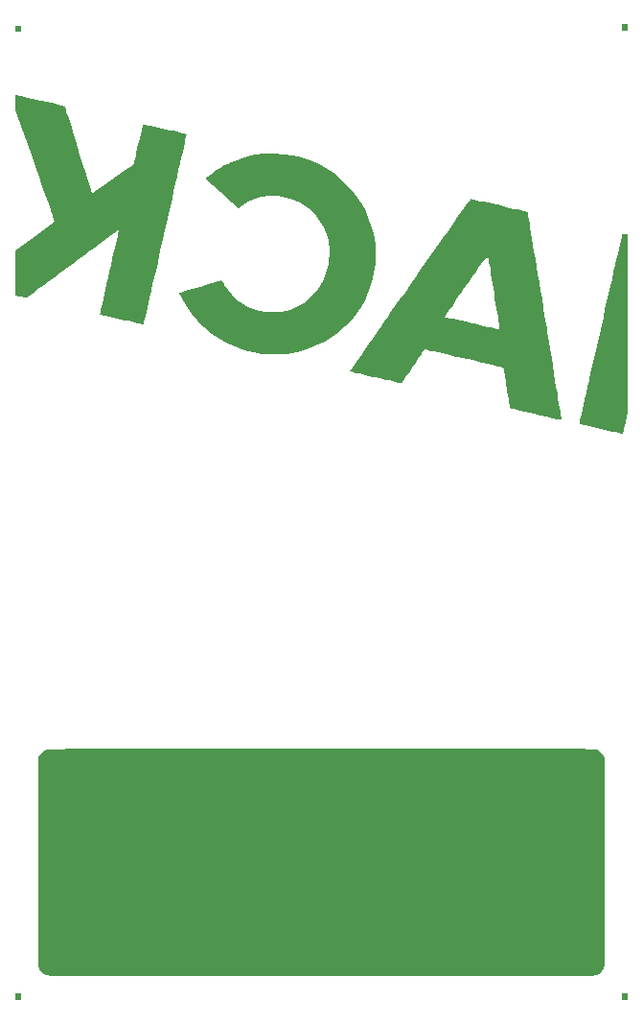
<source format=gbo>
G04 #@! TF.GenerationSoftware,KiCad,Pcbnew,7.0.1-0*
G04 #@! TF.CreationDate,2023-05-11T23:21:43+02:00*
G04 #@! TF.ProjectId,nfc_card_emulation_large,6e66635f-6361-4726-945f-656d756c6174,1.0*
G04 #@! TF.SameCoordinates,PX354a940PY3072580*
G04 #@! TF.FileFunction,Legend,Bot*
G04 #@! TF.FilePolarity,Positive*
%FSLAX46Y46*%
G04 Gerber Fmt 4.6, Leading zero omitted, Abs format (unit mm)*
G04 Created by KiCad (PCBNEW 7.0.1-0) date 2023-05-11 23:21:43*
%MOMM*%
%LPD*%
G01*
G04 APERTURE LIST*
G04 APERTURE END LIST*
G04 #@! TO.C,G\u002A\u002A\u002A*
G36*
X54091256Y-85654441D02*
G01*
X54091256Y-85930067D01*
X53815630Y-85930067D01*
X53540004Y-85930067D01*
X53540004Y-85654441D01*
X53540004Y-85378815D01*
X53815630Y-85378815D01*
X54091256Y-85378815D01*
X54091256Y-85654441D01*
G37*
G36*
X54091256Y-167964D02*
G01*
X54091256Y-443590D01*
X53815630Y-443590D01*
X53540004Y-443590D01*
X53540004Y-167964D01*
X53540004Y107662D01*
X53815630Y107662D01*
X54091256Y107662D01*
X54091256Y-167964D01*
G37*
G36*
X492592Y-85654441D02*
G01*
X492592Y-85930067D01*
X238168Y-85930067D01*
X-16256Y-85930067D01*
X-16256Y-85654441D01*
X-16256Y-85378815D01*
X238168Y-85378815D01*
X492592Y-85378815D01*
X492592Y-85654441D01*
G37*
G36*
X492592Y-295176D02*
G01*
X492592Y-570802D01*
X238168Y-570802D01*
X-16256Y-570802D01*
X-16256Y-295176D01*
X-16256Y-19550D01*
X238168Y-19550D01*
X492592Y-19550D01*
X492592Y-295176D01*
G37*
G36*
X53741450Y-18368323D02*
G01*
X53868635Y-18389947D01*
X54091256Y-18434126D01*
X54091256Y-26307032D01*
X54091256Y-34179938D01*
X53898599Y-35026038D01*
X53886321Y-35079910D01*
X53827509Y-35336580D01*
X53774525Y-35565643D01*
X53730590Y-35753321D01*
X53698924Y-35885836D01*
X53682748Y-35949411D01*
X53660926Y-35990095D01*
X53610381Y-36009405D01*
X53578542Y-36001223D01*
X53470357Y-35975566D01*
X53294565Y-35934740D01*
X53059717Y-35880707D01*
X52774367Y-35815425D01*
X52447066Y-35740856D01*
X52086366Y-35658960D01*
X51700820Y-35571697D01*
X51398765Y-35502923D01*
X51034167Y-35418463D01*
X50702180Y-35339954D01*
X50411171Y-35269457D01*
X50169504Y-35209037D01*
X49985545Y-35160756D01*
X49867659Y-35126678D01*
X49824212Y-35108865D01*
X49828249Y-35083951D01*
X49849377Y-34981765D01*
X49887534Y-34805181D01*
X49941640Y-34558959D01*
X50010611Y-34247863D01*
X50093368Y-33876651D01*
X50188827Y-33450087D01*
X50295908Y-32972931D01*
X50413530Y-32449944D01*
X50540610Y-31885887D01*
X50676067Y-31285522D01*
X50818820Y-30653609D01*
X50967786Y-29994911D01*
X51121885Y-29314188D01*
X51280035Y-28616201D01*
X51441154Y-27905712D01*
X51604161Y-27187482D01*
X51767974Y-26466271D01*
X51931512Y-25746842D01*
X52093693Y-25033955D01*
X52253435Y-24332372D01*
X52409657Y-23646854D01*
X52561278Y-22982161D01*
X52707215Y-22343056D01*
X52846388Y-21734299D01*
X52977715Y-21160652D01*
X53100114Y-20626875D01*
X53212503Y-20137731D01*
X53313802Y-19697979D01*
X53402928Y-19312382D01*
X53478800Y-18985701D01*
X53540337Y-18722696D01*
X53586456Y-18528130D01*
X53616077Y-18406762D01*
X53628117Y-18363355D01*
X53652770Y-18360014D01*
X53741450Y-18368323D01*
G37*
G36*
X22843427Y-11296454D02*
G01*
X23693078Y-11341152D01*
X24502322Y-11454278D01*
X25282826Y-11638485D01*
X26046256Y-11896426D01*
X26804278Y-12230752D01*
X27420701Y-12561655D01*
X28087160Y-12994870D01*
X28706769Y-13487295D01*
X29295147Y-14050343D01*
X29306310Y-14061989D01*
X29795864Y-14610089D01*
X30219758Y-15167412D01*
X30595243Y-15758701D01*
X30939571Y-16408698D01*
X31052985Y-16648727D01*
X31343602Y-17352372D01*
X31562430Y-18043760D01*
X31713488Y-18740115D01*
X31800796Y-19458664D01*
X31828376Y-20216629D01*
X31821149Y-20601182D01*
X31794068Y-21014554D01*
X31743534Y-21422725D01*
X31666018Y-21853322D01*
X31557993Y-22333971D01*
X31410065Y-22882473D01*
X31173521Y-23566737D01*
X30885846Y-24207024D01*
X30538303Y-24822180D01*
X30122155Y-25431050D01*
X30082288Y-25483787D01*
X29880077Y-25730421D01*
X29633422Y-26006214D01*
X29360406Y-26292610D01*
X29079114Y-26571052D01*
X28807632Y-26822983D01*
X28564044Y-27029844D01*
X28056896Y-27406430D01*
X27309600Y-27871838D01*
X26522616Y-28263436D01*
X25699912Y-28579541D01*
X24845454Y-28818474D01*
X23963210Y-28978554D01*
X23929690Y-28982373D01*
X23774797Y-28992763D01*
X23558147Y-29000443D01*
X23297204Y-29005062D01*
X23009432Y-29006270D01*
X22712292Y-29003716D01*
X22458998Y-28998466D01*
X22060579Y-28981885D01*
X21707870Y-28952880D01*
X21376011Y-28907753D01*
X21040139Y-28842810D01*
X20675391Y-28754353D01*
X20256904Y-28638687D01*
X19596844Y-28420261D01*
X18809547Y-28081039D01*
X18059431Y-27669551D01*
X17351685Y-27190141D01*
X16691494Y-26647153D01*
X16084046Y-26044931D01*
X15534527Y-25387819D01*
X15048125Y-24680161D01*
X14630027Y-23926301D01*
X14599758Y-23863879D01*
X14536503Y-23725233D01*
X14496708Y-23625420D01*
X14487955Y-23582775D01*
X14514682Y-23573109D01*
X14615158Y-23541129D01*
X14782347Y-23489496D01*
X15008007Y-23420710D01*
X15283893Y-23337270D01*
X15601764Y-23241677D01*
X15953377Y-23136429D01*
X16330489Y-23024027D01*
X16620368Y-22937764D01*
X16980475Y-22830488D01*
X17309571Y-22732322D01*
X17599276Y-22645774D01*
X17841208Y-22573349D01*
X18026986Y-22517556D01*
X18148230Y-22480899D01*
X18196558Y-22465887D01*
X18210052Y-22470284D01*
X18262213Y-22527417D01*
X18336655Y-22636532D01*
X18422003Y-22781695D01*
X18458808Y-22847156D01*
X18757968Y-23306037D01*
X19108524Y-23735688D01*
X19493931Y-24117587D01*
X19897640Y-24433216D01*
X20403163Y-24728716D01*
X20963941Y-24968635D01*
X21560581Y-25145402D01*
X22178475Y-25254697D01*
X22803016Y-25292202D01*
X22849401Y-25292031D01*
X23406134Y-25258087D01*
X23931157Y-25162047D01*
X24439081Y-24999313D01*
X24944515Y-24765289D01*
X25462068Y-24455377D01*
X25624011Y-24343315D01*
X26104480Y-23943866D01*
X26530180Y-23481927D01*
X26898794Y-22961092D01*
X27208005Y-22384952D01*
X27455495Y-21757100D01*
X27638947Y-21081128D01*
X27665226Y-20940891D01*
X27704675Y-20625372D01*
X27728363Y-20274003D01*
X27736044Y-19910573D01*
X27727471Y-19558869D01*
X27702401Y-19242678D01*
X27660586Y-18985789D01*
X27507436Y-18437431D01*
X27261277Y-17821802D01*
X26950827Y-17259382D01*
X26578974Y-16752744D01*
X26148605Y-16304461D01*
X25662604Y-15917103D01*
X25123859Y-15593244D01*
X24535256Y-15335456D01*
X23899681Y-15146310D01*
X23220019Y-15028380D01*
X22941355Y-15004736D01*
X22331378Y-15013740D01*
X21729678Y-15105217D01*
X21142401Y-15277565D01*
X20575696Y-15529182D01*
X20035709Y-15858465D01*
X19698750Y-16094579D01*
X19577672Y-15997214D01*
X19556010Y-15979005D01*
X19469744Y-15903760D01*
X19331464Y-15781493D01*
X19148425Y-15618676D01*
X18927882Y-15421781D01*
X18677088Y-15197278D01*
X18403299Y-14951639D01*
X18113768Y-14691336D01*
X16770944Y-13482822D01*
X16953554Y-13321268D01*
X16995354Y-13285187D01*
X17216092Y-13112838D01*
X17490649Y-12920251D01*
X17800048Y-12719420D01*
X18125310Y-12522340D01*
X18447459Y-12341005D01*
X18747517Y-12187410D01*
X19065215Y-12040720D01*
X19767910Y-11761328D01*
X20463438Y-11551270D01*
X21170205Y-11406383D01*
X21906620Y-11322504D01*
X22691090Y-11295469D01*
X22843427Y-11296454D01*
G37*
G36*
X36124324Y-63798876D02*
G01*
X37369723Y-63798959D01*
X38544785Y-63799104D01*
X39651576Y-63799319D01*
X40692158Y-63799608D01*
X41668596Y-63799980D01*
X42582952Y-63800439D01*
X43437291Y-63800994D01*
X44233677Y-63801649D01*
X44974174Y-63802413D01*
X45660844Y-63803290D01*
X46295753Y-63804288D01*
X46880963Y-63805413D01*
X47418538Y-63806671D01*
X47910543Y-63808069D01*
X48359041Y-63809613D01*
X48766095Y-63811311D01*
X49133770Y-63813167D01*
X49464129Y-63815189D01*
X49759236Y-63817383D01*
X50021155Y-63819756D01*
X50251950Y-63822314D01*
X50453684Y-63825063D01*
X50628421Y-63828010D01*
X50778225Y-63831162D01*
X50905159Y-63834524D01*
X51011288Y-63838104D01*
X51098676Y-63841907D01*
X51169385Y-63845941D01*
X51225479Y-63850211D01*
X51269024Y-63854724D01*
X51302081Y-63859487D01*
X51326715Y-63864506D01*
X51344991Y-63869787D01*
X51358970Y-63875337D01*
X51535108Y-63973976D01*
X51771435Y-64181555D01*
X51947003Y-64441450D01*
X52055864Y-64659907D01*
X52055864Y-73783317D01*
X52055798Y-74609710D01*
X52055493Y-75657309D01*
X52054928Y-76624208D01*
X52054091Y-77512771D01*
X52052968Y-78325361D01*
X52051548Y-79064342D01*
X52049818Y-79732077D01*
X52047765Y-80330929D01*
X52045377Y-80863262D01*
X52042641Y-81331440D01*
X52039545Y-81737825D01*
X52036076Y-82084781D01*
X52032222Y-82374672D01*
X52027971Y-82609861D01*
X52023308Y-82792712D01*
X52018223Y-82925588D01*
X52012703Y-83010852D01*
X52006735Y-83050868D01*
X51950419Y-83187950D01*
X51780096Y-83444708D01*
X51546269Y-83648691D01*
X51255180Y-83793729D01*
X51243246Y-83796230D01*
X51202757Y-83800118D01*
X51134459Y-83803821D01*
X51036513Y-83807343D01*
X50907081Y-83810690D01*
X50744324Y-83813865D01*
X50546402Y-83816873D01*
X50311478Y-83819717D01*
X50037713Y-83822403D01*
X49723269Y-83824934D01*
X49366305Y-83827315D01*
X48964985Y-83829550D01*
X48517468Y-83831644D01*
X48021917Y-83833600D01*
X47476493Y-83835424D01*
X46879357Y-83837118D01*
X46228671Y-83838689D01*
X45522595Y-83840139D01*
X44759291Y-83841473D01*
X43936921Y-83842696D01*
X43053646Y-83843812D01*
X42107626Y-83844825D01*
X41097024Y-83845739D01*
X40020001Y-83846560D01*
X38874718Y-83847290D01*
X37659336Y-83847934D01*
X36372017Y-83848498D01*
X35010921Y-83848984D01*
X33574212Y-83849397D01*
X32060049Y-83849742D01*
X30466594Y-83850023D01*
X28792008Y-83850244D01*
X27034453Y-83850409D01*
X26505406Y-83850449D01*
X24817641Y-83850562D01*
X23212002Y-83850640D01*
X21686435Y-83850678D01*
X20238882Y-83850670D01*
X18867288Y-83850610D01*
X17569595Y-83850492D01*
X16343748Y-83850311D01*
X15187690Y-83850061D01*
X14099366Y-83849735D01*
X13076717Y-83849328D01*
X12117689Y-83848834D01*
X11220225Y-83848247D01*
X10382269Y-83847562D01*
X9601763Y-83846772D01*
X8876653Y-83845871D01*
X8204881Y-83844854D01*
X7584391Y-83843715D01*
X7013127Y-83842448D01*
X6489033Y-83841048D01*
X6010052Y-83839507D01*
X5574127Y-83837820D01*
X5179204Y-83835983D01*
X4823224Y-83833987D01*
X4504132Y-83831829D01*
X4219872Y-83829501D01*
X3968387Y-83826999D01*
X3747620Y-83824316D01*
X3555516Y-83821446D01*
X3390019Y-83818383D01*
X3249071Y-83815122D01*
X3130616Y-83811657D01*
X3032599Y-83807982D01*
X2952962Y-83804091D01*
X2889650Y-83799978D01*
X2840606Y-83795637D01*
X2803774Y-83791062D01*
X2777097Y-83786248D01*
X2758519Y-83781189D01*
X2555324Y-83678186D01*
X2333403Y-83493605D01*
X2322032Y-83482488D01*
X2282750Y-83447534D01*
X2246526Y-83418517D01*
X2213240Y-83392075D01*
X2182773Y-83364847D01*
X2155005Y-83333474D01*
X2129818Y-83294593D01*
X2107092Y-83244843D01*
X2086708Y-83180865D01*
X2068545Y-83099297D01*
X2052486Y-82996777D01*
X2038410Y-82869947D01*
X2026198Y-82715443D01*
X2015731Y-82529906D01*
X2006890Y-82309974D01*
X1999554Y-82052288D01*
X1993606Y-81753485D01*
X1988925Y-81410204D01*
X1985392Y-81019086D01*
X1982887Y-80576769D01*
X1981292Y-80079892D01*
X1980487Y-79525095D01*
X1980353Y-78909015D01*
X1980770Y-78228294D01*
X1981620Y-77479569D01*
X1982781Y-76659479D01*
X1984136Y-75764665D01*
X1985565Y-74791764D01*
X1986949Y-73737417D01*
X1997934Y-64622054D01*
X2125146Y-64391405D01*
X2274203Y-64184087D01*
X2497564Y-63986916D01*
X2753402Y-63851407D01*
X2774919Y-63848343D01*
X2837438Y-63844755D01*
X2941272Y-63841334D01*
X3087973Y-63838074D01*
X3279096Y-63834973D01*
X3516192Y-63832028D01*
X3800816Y-63829235D01*
X4134522Y-63826590D01*
X4518861Y-63824092D01*
X4955388Y-63821735D01*
X5445657Y-63819517D01*
X5991219Y-63817435D01*
X6593629Y-63815485D01*
X7254441Y-63813664D01*
X7975207Y-63811968D01*
X8757480Y-63810395D01*
X9602815Y-63808940D01*
X10512764Y-63807601D01*
X11488881Y-63806374D01*
X12532719Y-63805257D01*
X13645832Y-63804244D01*
X14829772Y-63803334D01*
X16086094Y-63802523D01*
X17416350Y-63801807D01*
X18822094Y-63801184D01*
X20304879Y-63800649D01*
X21866259Y-63800200D01*
X23507787Y-63799833D01*
X25231016Y-63799545D01*
X27037500Y-63799333D01*
X27059305Y-63799331D01*
X28770058Y-63799174D01*
X30398094Y-63799041D01*
X31945474Y-63798939D01*
X33414263Y-63798873D01*
X34806525Y-63798850D01*
X36124324Y-63798876D01*
G37*
G36*
X79153Y-6138959D02*
G01*
X85940Y-6140535D01*
X163334Y-6158236D01*
X313243Y-6192368D01*
X527419Y-6241058D01*
X797611Y-6302433D01*
X1115571Y-6374619D01*
X1473049Y-6455742D01*
X1861795Y-6543930D01*
X2273560Y-6637308D01*
X2387518Y-6663152D01*
X2789444Y-6754389D01*
X3163335Y-6839393D01*
X3501381Y-6916381D01*
X3795769Y-6983568D01*
X4038688Y-7039170D01*
X4222327Y-7081401D01*
X4338873Y-7108478D01*
X4380516Y-7118616D01*
X4381864Y-7122148D01*
X4402007Y-7184736D01*
X4444825Y-7321194D01*
X4508589Y-7525925D01*
X4591567Y-7793334D01*
X4692031Y-8117824D01*
X4808250Y-8493798D01*
X4938493Y-8915661D01*
X5081031Y-9377816D01*
X5234132Y-9874667D01*
X5396068Y-10400618D01*
X5565107Y-10950072D01*
X5614158Y-11109495D01*
X5781656Y-11652711D01*
X5941930Y-12170716D01*
X6093222Y-12657922D01*
X6233772Y-13108739D01*
X6361822Y-13517580D01*
X6475613Y-13878855D01*
X6573387Y-14186976D01*
X6653385Y-14436354D01*
X6713847Y-14621400D01*
X6753016Y-14736527D01*
X6769133Y-14776144D01*
X6784815Y-14768343D01*
X6862332Y-14719563D01*
X6996797Y-14630779D01*
X7180273Y-14507479D01*
X7404822Y-14355152D01*
X7662507Y-14179285D01*
X7945392Y-13985368D01*
X8245539Y-13778889D01*
X8555011Y-13565337D01*
X8865870Y-13350199D01*
X9170181Y-13138965D01*
X9460005Y-12937123D01*
X9727406Y-12750162D01*
X9964446Y-12583569D01*
X10163189Y-12442834D01*
X10315697Y-12333445D01*
X10414033Y-12260890D01*
X10450259Y-12230658D01*
X10453743Y-12217558D01*
X10474023Y-12133103D01*
X10510122Y-11978970D01*
X10559993Y-11764015D01*
X10621591Y-11497095D01*
X10692869Y-11187066D01*
X10771782Y-10842784D01*
X10856283Y-10473106D01*
X10896847Y-10295944D01*
X10979633Y-9937752D01*
X11056517Y-9609529D01*
X11125376Y-9320069D01*
X11184088Y-9078167D01*
X11230528Y-8892616D01*
X11262575Y-8772211D01*
X11278104Y-8725746D01*
X11289343Y-8725388D01*
X11369275Y-8737621D01*
X11517137Y-8765744D01*
X11722916Y-8807529D01*
X11976598Y-8860746D01*
X12268173Y-8923166D01*
X12587627Y-8992559D01*
X12924949Y-9066696D01*
X13270126Y-9143348D01*
X13613145Y-9220286D01*
X13943994Y-9295280D01*
X14252661Y-9366100D01*
X14529134Y-9430518D01*
X14763400Y-9486304D01*
X14945446Y-9531229D01*
X15065261Y-9563064D01*
X15112832Y-9579578D01*
X15110283Y-9595731D01*
X15091584Y-9685940D01*
X15055789Y-9851181D01*
X15003972Y-10086698D01*
X14937212Y-10387737D01*
X14856585Y-10749541D01*
X14763168Y-11167356D01*
X14658038Y-11636426D01*
X14542271Y-12151995D01*
X14416945Y-12709308D01*
X14283137Y-13303610D01*
X14141922Y-13930146D01*
X13994378Y-14584159D01*
X13841583Y-15260894D01*
X13684611Y-15955597D01*
X13524542Y-16663512D01*
X13362450Y-17379883D01*
X13199414Y-18099955D01*
X13036510Y-18818972D01*
X12874815Y-19532179D01*
X12715405Y-20234821D01*
X12559358Y-20922143D01*
X12407750Y-21589388D01*
X12261659Y-22231802D01*
X12122160Y-22844629D01*
X11990332Y-23423114D01*
X11867250Y-23962501D01*
X11753992Y-24458035D01*
X11651634Y-24904960D01*
X11561253Y-25298522D01*
X11483927Y-25633964D01*
X11420731Y-25906532D01*
X11372743Y-26111469D01*
X11341040Y-26244021D01*
X11326698Y-26299433D01*
X11317491Y-26319110D01*
X11275142Y-26352749D01*
X11262308Y-26350770D01*
X11179337Y-26333697D01*
X11028984Y-26300999D01*
X10821255Y-26254960D01*
X10566159Y-26197861D01*
X10273705Y-26131987D01*
X9953900Y-26059619D01*
X9616753Y-25983041D01*
X9272272Y-25904535D01*
X8930464Y-25826384D01*
X8601339Y-25750871D01*
X8294905Y-25680279D01*
X8021168Y-25616891D01*
X7790139Y-25562988D01*
X7611824Y-25520855D01*
X7496232Y-25492774D01*
X7453371Y-25481027D01*
X7453286Y-25480831D01*
X7461242Y-25434598D01*
X7486764Y-25311829D01*
X7528547Y-25118369D01*
X7585286Y-24860061D01*
X7655675Y-24542750D01*
X7738411Y-24172280D01*
X7832188Y-23754494D01*
X7935701Y-23295237D01*
X8047645Y-22800353D01*
X8166716Y-22275686D01*
X8291607Y-21727079D01*
X8298000Y-21699040D01*
X8422658Y-21151594D01*
X8541499Y-20628458D01*
X8653213Y-20135469D01*
X8756489Y-19678462D01*
X8850019Y-19263274D01*
X8932492Y-18895740D01*
X9002598Y-18581698D01*
X9059029Y-18326983D01*
X9100473Y-18137431D01*
X9125622Y-18018879D01*
X9133165Y-17977162D01*
X9115525Y-17988703D01*
X9035381Y-18046153D01*
X8894347Y-18149004D01*
X8696601Y-18294167D01*
X8446322Y-18478550D01*
X8147686Y-18699063D01*
X7804872Y-18952615D01*
X7422057Y-19236115D01*
X7003421Y-19546472D01*
X6553140Y-19880597D01*
X6075394Y-20235397D01*
X5574358Y-20607782D01*
X5054213Y-20994662D01*
X4573932Y-21351679D01*
X3991089Y-21783914D01*
X3450838Y-22183377D01*
X2955691Y-22548239D01*
X2508161Y-22876673D01*
X2110762Y-23166850D01*
X1766005Y-23416944D01*
X1476405Y-23625124D01*
X1244474Y-23789565D01*
X1072724Y-23908437D01*
X963670Y-23979913D01*
X919822Y-24002164D01*
X879962Y-23992074D01*
X766667Y-23965494D01*
X605871Y-23928918D01*
X418385Y-23887120D01*
X-16256Y-23791140D01*
X-16256Y-21815045D01*
X-16256Y-19838950D01*
X1740580Y-18574177D01*
X3497416Y-17309404D01*
X3314683Y-16795445D01*
X3314014Y-16793563D01*
X3274259Y-16682100D01*
X3208053Y-16496884D01*
X3117518Y-16243837D01*
X3004774Y-15928878D01*
X2871943Y-15557930D01*
X2721145Y-15136914D01*
X2554502Y-14671751D01*
X2374135Y-14168362D01*
X2182165Y-13632669D01*
X1980713Y-13070593D01*
X1771900Y-12488055D01*
X1557847Y-11890977D01*
X-16256Y-7500467D01*
X-16256Y-6808500D01*
X-16256Y-6116533D01*
X79153Y-6138959D01*
G37*
G36*
X46937811Y-26728653D02*
G01*
X47003609Y-27131176D01*
X47125018Y-27874157D01*
X47244078Y-28603034D01*
X47360033Y-29313176D01*
X47472125Y-29999952D01*
X47579596Y-30658732D01*
X47681690Y-31284885D01*
X47777648Y-31873780D01*
X47866715Y-32420788D01*
X47948131Y-32921278D01*
X48021141Y-33370619D01*
X48084986Y-33764181D01*
X48138910Y-34097333D01*
X48182154Y-34365445D01*
X48213963Y-34563887D01*
X48233578Y-34688027D01*
X48240241Y-34733235D01*
X48239332Y-34738333D01*
X48198358Y-34753899D01*
X48091275Y-34743968D01*
X47910873Y-34707986D01*
X47504686Y-34616790D01*
X46944304Y-34490460D01*
X46409457Y-34369296D01*
X45905869Y-34254625D01*
X45439267Y-34147772D01*
X45015373Y-34050064D01*
X44639913Y-33962827D01*
X44318612Y-33887386D01*
X44057194Y-33825069D01*
X43861384Y-33777200D01*
X43736906Y-33745107D01*
X43689486Y-33730115D01*
X43683970Y-33715601D01*
X43664807Y-33628507D01*
X43635608Y-33470966D01*
X43597849Y-33251831D01*
X43553005Y-32979957D01*
X43502549Y-32664197D01*
X43447958Y-32313406D01*
X43390705Y-31936439D01*
X43360415Y-31735308D01*
X43305104Y-31371795D01*
X43253815Y-31039495D01*
X43207947Y-30747189D01*
X43168900Y-30503657D01*
X43138072Y-30317679D01*
X43116861Y-30198036D01*
X43106667Y-30153506D01*
X43098119Y-30150525D01*
X43022385Y-30130963D01*
X42874617Y-30095222D01*
X42662180Y-30044982D01*
X42392440Y-29981918D01*
X42072762Y-29907708D01*
X41710511Y-29824029D01*
X41313054Y-29732559D01*
X40887756Y-29634974D01*
X40441983Y-29532952D01*
X39983099Y-29428170D01*
X39518471Y-29322305D01*
X39055463Y-29217034D01*
X38601443Y-29114035D01*
X38163775Y-29014984D01*
X37749824Y-28921560D01*
X37366957Y-28835438D01*
X37022539Y-28758297D01*
X36723936Y-28691813D01*
X36478512Y-28637665D01*
X36293634Y-28597527D01*
X36176667Y-28573079D01*
X36134977Y-28565998D01*
X36128360Y-28575662D01*
X36081935Y-28644108D01*
X35995461Y-28771835D01*
X35873924Y-28951468D01*
X35722312Y-29175634D01*
X35545613Y-29436958D01*
X35348815Y-29728067D01*
X35136905Y-30041586D01*
X35033463Y-30194596D01*
X34827201Y-30499411D01*
X34637857Y-30778855D01*
X34470517Y-31025441D01*
X34330270Y-31231682D01*
X34222205Y-31390090D01*
X34151410Y-31493179D01*
X34122974Y-31533461D01*
X34105465Y-31533396D01*
X34014640Y-31518890D01*
X33853322Y-31487792D01*
X33629085Y-31441718D01*
X33349501Y-31382287D01*
X33022144Y-31311118D01*
X32654584Y-31229827D01*
X32254397Y-31140034D01*
X31829153Y-31043356D01*
X31663142Y-31005326D01*
X31169639Y-30891547D01*
X30752646Y-30794078D01*
X30407269Y-30711664D01*
X30128619Y-30643054D01*
X29911803Y-30586992D01*
X29751931Y-30542226D01*
X29644110Y-30507502D01*
X29583449Y-30481567D01*
X29565057Y-30463167D01*
X29588633Y-30426455D01*
X29658323Y-30324120D01*
X29771429Y-30160051D01*
X29925255Y-29938097D01*
X30117101Y-29662103D01*
X30344270Y-29335917D01*
X30604064Y-28963387D01*
X30893786Y-28548361D01*
X31210736Y-28094684D01*
X31552217Y-27606206D01*
X31915531Y-27086772D01*
X32297980Y-26540231D01*
X32696866Y-25970430D01*
X32885135Y-25701588D01*
X37908674Y-25701588D01*
X37933008Y-25707861D01*
X38032333Y-25731395D01*
X38201377Y-25770742D01*
X38432779Y-25824209D01*
X38719180Y-25890102D01*
X39053218Y-25966731D01*
X39427532Y-26052400D01*
X39834763Y-26145418D01*
X40267550Y-26244092D01*
X40587188Y-26316922D01*
X41007033Y-26412645D01*
X41398180Y-26501893D01*
X41752916Y-26582902D01*
X42063527Y-26653909D01*
X42322300Y-26713150D01*
X42521520Y-26758861D01*
X42653475Y-26789280D01*
X42710450Y-26802641D01*
X42755971Y-26810593D01*
X42781565Y-26792893D01*
X42782769Y-26728653D01*
X42764503Y-26599369D01*
X42750846Y-26512621D01*
X42716225Y-26294138D01*
X42672413Y-26019000D01*
X42620667Y-25695008D01*
X42562241Y-25329961D01*
X42498393Y-24931658D01*
X42430380Y-24507900D01*
X42359457Y-24066485D01*
X42286881Y-23615214D01*
X42213908Y-23161886D01*
X42141794Y-22714301D01*
X42071797Y-22280258D01*
X42005172Y-21867557D01*
X41943175Y-21483998D01*
X41887063Y-21137380D01*
X41838093Y-20835503D01*
X41797521Y-20586167D01*
X41766602Y-20397170D01*
X41746594Y-20276314D01*
X41738753Y-20231396D01*
X41735484Y-20233336D01*
X41694854Y-20283741D01*
X41610826Y-20396978D01*
X41487060Y-20567886D01*
X41327215Y-20791300D01*
X41134952Y-21062057D01*
X40913929Y-21374992D01*
X40667807Y-21724943D01*
X40400244Y-22106746D01*
X40114899Y-22515237D01*
X39815434Y-22945253D01*
X39716525Y-23087511D01*
X39421351Y-23512284D01*
X39141897Y-23914774D01*
X38881802Y-24289724D01*
X38644701Y-24631875D01*
X38434233Y-24935971D01*
X38254034Y-25196752D01*
X38107741Y-25408963D01*
X37998992Y-25567344D01*
X37931424Y-25666638D01*
X37908674Y-25701588D01*
X32885135Y-25701588D01*
X33109491Y-25381216D01*
X33533157Y-24776436D01*
X33965166Y-24159939D01*
X34402820Y-23535570D01*
X34843421Y-22907178D01*
X35284272Y-22278610D01*
X35722673Y-21653714D01*
X36155928Y-21036336D01*
X36581338Y-20430323D01*
X36996205Y-19839524D01*
X37397831Y-19267786D01*
X37783519Y-18718956D01*
X38150569Y-18196881D01*
X38496285Y-17705408D01*
X38817968Y-17248386D01*
X39112921Y-16829661D01*
X39378444Y-16453081D01*
X39611841Y-16122493D01*
X39810413Y-15841744D01*
X39971463Y-15614682D01*
X40092292Y-15445155D01*
X40170202Y-15337008D01*
X40202496Y-15294091D01*
X40202836Y-15293992D01*
X40250146Y-15302357D01*
X40370826Y-15327645D01*
X40556210Y-15367887D01*
X40797627Y-15421116D01*
X41086409Y-15485364D01*
X41413888Y-15558662D01*
X41771396Y-15639042D01*
X42150263Y-15724537D01*
X42541820Y-15813178D01*
X42937400Y-15902997D01*
X43328334Y-15992026D01*
X43705953Y-16078297D01*
X44061589Y-16159842D01*
X44386572Y-16234694D01*
X44672235Y-16300883D01*
X44909909Y-16356442D01*
X45090925Y-16399402D01*
X45206614Y-16427797D01*
X45248308Y-16439657D01*
X45248536Y-16440487D01*
X45257876Y-16493162D01*
X45280014Y-16624342D01*
X45314192Y-16829396D01*
X45359654Y-17103694D01*
X45415642Y-17442606D01*
X45481399Y-17841501D01*
X45556167Y-18295749D01*
X45639189Y-18800718D01*
X45729708Y-19351780D01*
X45826967Y-19944302D01*
X45930207Y-20573655D01*
X46038673Y-21235207D01*
X46151605Y-21924330D01*
X46268248Y-22636392D01*
X46387844Y-23366762D01*
X46509635Y-24110810D01*
X46632865Y-24863906D01*
X46756775Y-25621420D01*
X46880609Y-26378719D01*
X46937811Y-26728653D01*
G37*
G04 #@! TD*
%LPC*%
M02*

</source>
